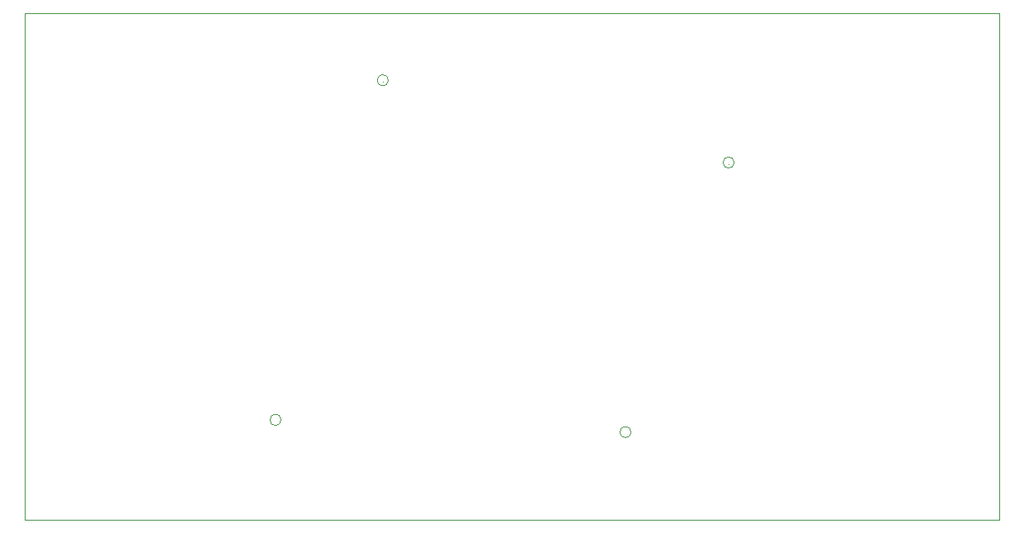
<source format=gbr>
%TF.GenerationSoftware,KiCad,Pcbnew,(6.0.2)*%
%TF.CreationDate,2022-03-17T15:01:18+00:00*%
%TF.ProjectId,PROJ324-Ard1,50524f4a-3332-4342-9d41-7264312e6b69,rev?*%
%TF.SameCoordinates,Original*%
%TF.FileFunction,Profile,NP*%
%FSLAX46Y46*%
G04 Gerber Fmt 4.6, Leading zero omitted, Abs format (unit mm)*
G04 Created by KiCad (PCBNEW (6.0.2)) date 2022-03-17 15:01:18*
%MOMM*%
%LPD*%
G01*
G04 APERTURE LIST*
%TA.AperFunction,Profile*%
%ADD10C,0.100000*%
%TD*%
G04 APERTURE END LIST*
D10*
X209654001Y-76400000D02*
G75*
G03*
X209654001Y-76400000I-1J0D01*
G01*
X210200000Y-76200000D02*
G75*
G03*
X210200000Y-76200000I-576000J0D01*
G01*
X173744001Y-75140000D02*
G75*
G03*
X173744001Y-75140000I-1J0D01*
G01*
X174290000Y-74940000D02*
G75*
G03*
X174290000Y-74940000I-576000J0D01*
G01*
X220234001Y-48740000D02*
G75*
G03*
X220234001Y-48740000I-1J0D01*
G01*
X220780000Y-48540000D02*
G75*
G03*
X220780000Y-48540000I-576000J0D01*
G01*
X184750001Y-40290000D02*
G75*
G03*
X184750001Y-40290000I-1J0D01*
G01*
X185296000Y-40090000D02*
G75*
G03*
X185296000Y-40090000I-576000J0D01*
G01*
X148000000Y-33200000D02*
X248000000Y-33200000D01*
X248000000Y-33200000D02*
X248000000Y-85200000D01*
X248000000Y-85200000D02*
X148000000Y-85200000D01*
X148000000Y-85200000D02*
X148000000Y-33200000D01*
M02*

</source>
